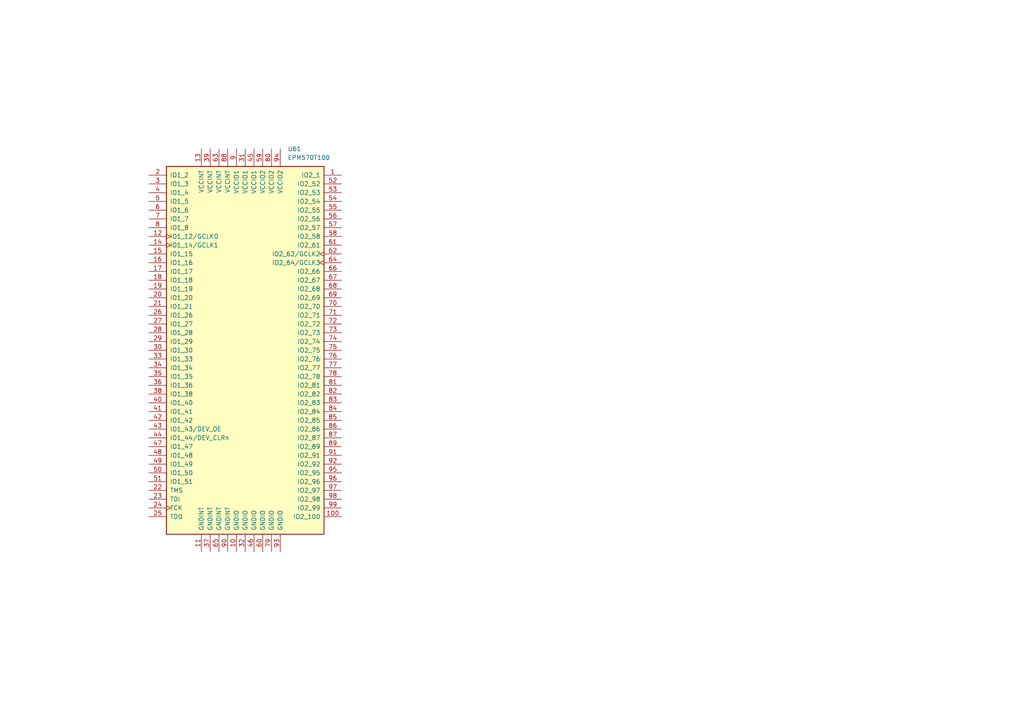
<source format=kicad_sch>
(kicad_sch (version 20250114) (generator "eeschema") (generator_version "9.0")
  (paper "A4")
  (lib_symbols
    (symbol "CPLD_Altera:EPM570T100" (pin_names (offset 1.016))
      (property "Reference" "U" (at 12.7 54.61 0))
      (property "Value" "EPM570T100" (at 12.7 -54.61 0))
      (symbol "EPM570T100_1_1"
        (rectangle (start -22.86 53.34) (end 22.86 -53.34) (stroke (width 0.254)) (fill (type background)))
        (pin bidirectional line (at -27.94 50.8 0) (length 5.08) (name "IO1_2") (number "2"))
        (pin bidirectional line (at -27.94 48.26 0) (length 5.08) (name "IO1_3") (number "3"))
        (pin bidirectional line (at -27.94 45.72 0) (length 5.08) (name "IO1_4") (number "4"))
        (pin bidirectional line (at -27.94 43.18 0) (length 5.08) (name "IO1_5") (number "5"))
        (pin bidirectional line (at -27.94 40.64 0) (length 5.08) (name "IO1_6") (number "6"))
        (pin bidirectional line (at -27.94 38.1 0) (length 5.08) (name "IO1_7") (number "7"))
        (pin bidirectional line (at -27.94 35.56 0) (length 5.08) (name "IO1_8") (number "8"))
        (pin bidirectional clock (at -27.94 33.02 0) (length 5.08) (name "IO1_12/GCLK0") (number "12"))
        (pin bidirectional clock (at -27.94 30.48 0) (length 5.08) (name "IO1_14/GCLK1") (number "14"))
        (pin bidirectional line (at -27.94 27.94 0) (length 5.08) (name "IO1_15") (number "15"))
        (pin bidirectional line (at -27.94 25.4 0) (length 5.08) (name "IO1_16") (number "16"))
        (pin bidirectional line (at -27.94 22.86 0) (length 5.08) (name "IO1_17") (number "17"))
        (pin bidirectional line (at -27.94 20.32 0) (length 5.08) (name "IO1_18") (number "18"))
        (pin bidirectional line (at -27.94 17.78 0) (length 5.08) (name "IO1_19") (number "19"))
        (pin bidirectional line (at -27.94 15.24 0) (length 5.08) (name "IO1_20") (number "20"))
        (pin bidirectional line (at -27.94 12.7 0) (length 5.08) (name "IO1_21") (number "21"))
        (pin bidirectional line (at -27.94 10.16 0) (length 5.08) (name "IO1_26") (number "26"))
        (pin bidirectional line (at -27.94 7.62 0) (length 5.08) (name "IO1_27") (number "27"))
        (pin bidirectional line (at -27.94 5.08 0) (length 5.08) (name "IO1_28") (number "28"))
        (pin bidirectional line (at -27.94 2.54 0) (length 5.08) (name "IO1_29") (number "29"))
        (pin bidirectional line (at -27.94 0 0) (length 5.08) (name "IO1_30") (number "30"))
        (pin bidirectional line (at -27.94 -2.54 0) (length 5.08) (name "IO1_33") (number "33"))
        (pin bidirectional line (at -27.94 -5.08 0) (length 5.08) (name "IO1_34") (number "34"))
        (pin bidirectional line (at -27.94 -7.62 0) (length 5.08) (name "IO1_35") (number "35"))
        (pin bidirectional line (at -27.94 -10.16 0) (length 5.08) (name "IO1_36") (number "36"))
        (pin bidirectional line (at -27.94 -12.7 0) (length 5.08) (name "IO1_38") (number "38"))
        (pin bidirectional line (at -27.94 -15.24 0) (length 5.08) (name "IO1_40") (number "40"))
        (pin bidirectional line (at -27.94 -17.78 0) (length 5.08) (name "IO1_41") (number "41"))
        (pin bidirectional line (at -27.94 -20.32 0) (length 5.08) (name "IO1_42") (number "42"))
        (pin bidirectional line (at -27.94 -22.86 0) (length 5.08) (name "IO1_43/DEV_OE") (number "43"))
        (pin bidirectional line (at -27.94 -25.4 0) (length 5.08) (name "IO1_44/DEV_CLRn") (number "44"))
        (pin bidirectional line (at -27.94 -27.94 0) (length 5.08) (name "IO1_47") (number "47"))
        (pin bidirectional line (at -27.94 -30.48 0) (length 5.08) (name "IO1_48") (number "48"))
        (pin bidirectional line (at -27.94 -33.02 0) (length 5.08) (name "IO1_49") (number "49"))
        (pin bidirectional line (at -27.94 -35.56 0) (length 5.08) (name "IO1_50") (number "50"))
        (pin bidirectional line (at -27.94 -38.1 0) (length 5.08) (name "IO1_51") (number "51"))
        (pin input line (at -27.94 -40.64 0) (length 5.08) (name "TMS") (number "22"))
        (pin input line (at -27.94 -43.18 0) (length 5.08) (name "TDI") (number "23"))
        (pin input clock (at -27.94 -45.72 0) (length 5.08) (name "TCK") (number "24"))
        (pin output line (at -27.94 -48.26 0) (length 5.08) (name "TDO") (number "25"))
        (pin power_in line (at -12.7 58.42 270) (length 5.08) (name "VCCINT") (number "13"))
        (pin power_in line (at -12.7 -58.42 90) (length 5.08) (name "GNDINT") (number "11"))
        (pin power_in line (at -10.16 58.42 270) (length 5.08) (name "VCCINT") (number "39"))
        (pin power_in line (at -10.16 -58.42 90) (length 5.08) (name "GNDINT") (number "37"))
        (pin power_in line (at -7.62 58.42 270) (length 5.08) (name "VCCINT") (number "63"))
        (pin power_in line (at -7.62 -58.42 90) (length 5.08) (name "GNDINT") (number "65"))
        (pin power_in line (at -5.08 58.42 270) (length 5.08) (name "VCCINT") (number "88"))
        (pin power_in line (at -5.08 -58.42 90) (length 5.08) (name "GNDINT") (number "90"))
        (pin power_in line (at -2.54 58.42 270) (length 5.08) (name "VCCIO1") (number "9"))
        (pin power_in line (at -2.54 -58.42 90) (length 5.08) (name "GNDIO") (number "10"))
        (pin power_in line (at 0 58.42 270) (length 5.08) (name "VCCIO1") (number "31"))
        (pin power_in line (at 0 -58.42 90) (length 5.08) (name "GNDIO") (number "32"))
        (pin power_in line (at 2.54 58.42 270) (length 5.08) (name "VCCIO1") (number "45"))
        (pin power_in line (at 2.54 -58.42 90) (length 5.08) (name "GNDIO") (number "46"))
        (pin power_in line (at 5.08 58.42 270) (length 5.08) (name "VCCIO2") (number "59"))
        (pin power_in line (at 5.08 -58.42 90) (length 5.08) (name "GNDIO") (number "60"))
        (pin power_in line (at 7.62 58.42 270) (length 5.08) (name "VCCIO2") (number "80"))
        (pin power_in line (at 7.62 -58.42 90) (length 5.08) (name "GNDIO") (number "79"))
        (pin power_in line (at 10.16 58.42 270) (length 5.08) (name "VCCIO2") (number "94"))
        (pin power_in line (at 10.16 -58.42 90) (length 5.08) (name "GNDIO") (number "93"))
        (pin bidirectional line (at 27.94 50.8 180) (length 5.08) (name "IO2_1") (number "1"))
        (pin bidirectional line (at 27.94 48.26 180) (length 5.08) (name "IO2_52") (number "52"))
        (pin bidirectional line (at 27.94 45.72 180) (length 5.08) (name "IO2_53") (number "53"))
        (pin bidirectional line (at 27.94 43.18 180) (length 5.08) (name "IO2_54") (number "54"))
        (pin bidirectional line (at 27.94 40.64 180) (length 5.08) (name "IO2_55") (number "55"))
        (pin bidirectional line (at 27.94 38.1 180) (length 5.08) (name "IO2_56") (number "56"))
        (pin bidirectional line (at 27.94 35.56 180) (length 5.08) (name "IO2_57") (number "57"))
        (pin bidirectional line (at 27.94 33.02 180) (length 5.08) (name "IO2_58") (number "58"))
        (pin bidirectional line (at 27.94 30.48 180) (length 5.08) (name "IO2_61") (number "61"))
        (pin bidirectional clock (at 27.94 27.94 180) (length 5.08) (name "IO2_62/GCLK2") (number "62"))
        (pin bidirectional clock (at 27.94 25.4 180) (length 5.08) (name "IO2_64/GCLK3") (number "64"))
        (pin bidirectional line (at 27.94 22.86 180) (length 5.08) (name "IO2_66") (number "66"))
        (pin bidirectional line (at 27.94 20.32 180) (length 5.08) (name "IO2_67") (number "67"))
        (pin bidirectional line (at 27.94 17.78 180) (length 5.08) (name "IO2_68") (number "68"))
        (pin bidirectional line (at 27.94 15.24 180) (length 5.08) (name "IO2_69") (number "69"))
        (pin bidirectional line (at 27.94 12.7 180) (length 5.08) (name "IO2_70") (number "70"))
        (pin bidirectional line (at 27.94 10.16 180) (length 5.08) (name "IO2_71") (number "71"))
        (pin bidirectional line (at 27.94 7.62 180) (length 5.08) (name "IO2_72") (number "72"))
        (pin bidirectional line (at 27.94 5.08 180) (length 5.08) (name "IO2_73") (number "73"))
        (pin bidirectional line (at 27.94 2.54 180) (length 5.08) (name "IO2_74") (number "74"))
        (pin bidirectional line (at 27.94 0 180) (length 5.08) (name "IO2_75") (number "75"))
        (pin bidirectional line (at 27.94 -2.54 180) (length 5.08) (name "IO2_76") (number "76"))
        (pin bidirectional line (at 27.94 -5.08 180) (length 5.08) (name "IO2_77") (number "77"))
        (pin bidirectional line (at 27.94 -7.62 180) (length 5.08) (name "IO2_78") (number "78"))
        (pin bidirectional line (at 27.94 -10.16 180) (length 5.08) (name "IO2_81") (number "81"))
        (pin bidirectional line (at 27.94 -12.7 180) (length 5.08) (name "IO2_82") (number "82"))
        (pin bidirectional line (at 27.94 -15.24 180) (length 5.08) (name "IO2_83") (number "83"))
        (pin bidirectional line (at 27.94 -17.78 180) (length 5.08) (name "IO2_84") (number "84"))
        (pin bidirectional line (at 27.94 -20.32 180) (length 5.08) (name "IO2_85") (number "85"))
        (pin bidirectional line (at 27.94 -22.86 180) (length 5.08) (name "IO2_86") (number "86"))
        (pin bidirectional line (at 27.94 -25.4 180) (length 5.08) (name "IO2_87") (number "87"))
        (pin bidirectional line (at 27.94 -27.94 180) (length 5.08) (name "IO2_89") (number "89"))
        (pin bidirectional line (at 27.94 -30.48 180) (length 5.08) (name "IO2_91") (number "91"))
        (pin bidirectional line (at 27.94 -33.02 180) (length 5.08) (name "IO2_92") (number "92"))
        (pin bidirectional line (at 27.94 -35.56 180) (length 5.08) (name "IO2_95") (number "95"))
        (pin bidirectional line (at 27.94 -38.1 180) (length 5.08) (name "IO2_96") (number "96"))
        (pin bidirectional line (at 27.94 -40.64 180) (length 5.08) (name "IO2_97") (number "97"))
        (pin bidirectional line (at 27.94 -43.18 180) (length 5.08) (name "IO2_98") (number "98"))
        (pin bidirectional line (at 27.94 -45.72 180) (length 5.08) (name "IO2_99") (number "99"))
        (pin bidirectional line (at 27.94 -48.26 180) (length 5.08) (name "IO2_100") (number "100"))
      )
    )
  )
  (symbol (lib_id "CPLD_Altera:EPM570T100") (at 71.12 101.6 0) (unit 1)
    (property "Reference" "U61" (at 83.4233 43.18 0) (effects (justify left)))
    (property "Value" "EPM570T100" (at 83.4233 45.72 0) (effects (justify left)))
    (property "Footprint" "Package_QFP:LQFP-100_14x14mm_P0.5mm" (effects (hide yes)))
    (property "Datasheet" "https://www.altera.com/content/dam/altera-www/global/en_US/pdfs/literature/hb/max2/max2_mii5v1.pdf" (effects (hide yes)))
    (property "Description" "Altera MAX2 CPLD with 570 LE" (effects (hide yes)))
  )
)
</source>
